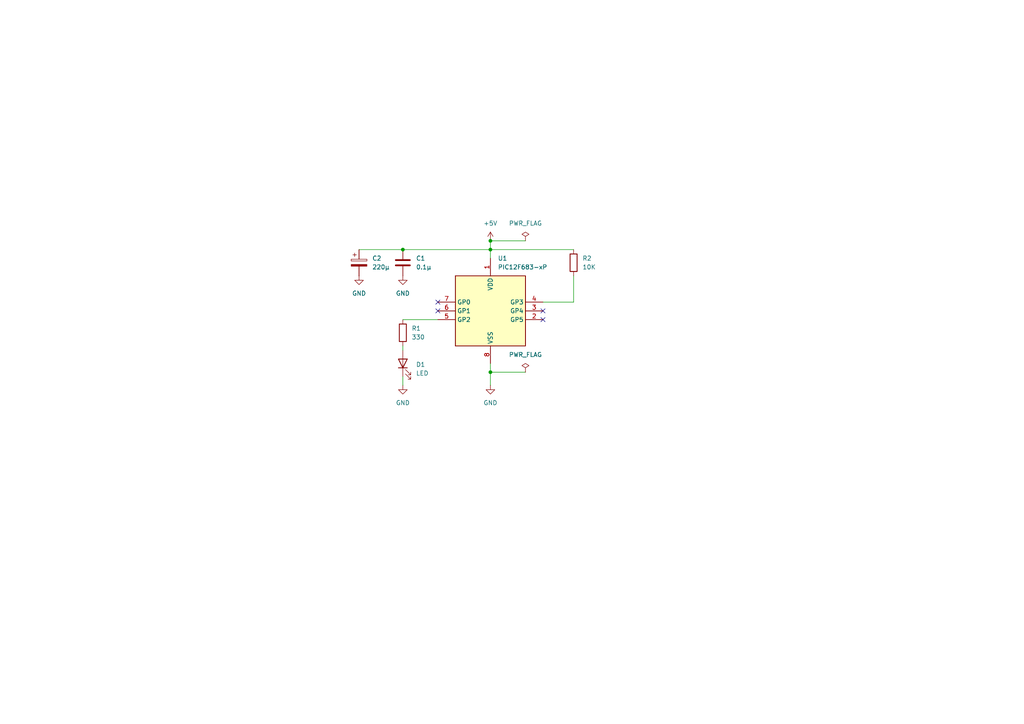
<source format=kicad_sch>
(kicad_sch (version 20250114) (generator "eeschema") (generator_version "9.0")
  (paper "A4")
  (title_block (title "LED Blink") (date "2025-09-25") (rev "1.1") (company "hirosuke1214"))
  (lib_symbols
    (symbol "Device:C" (pin_numbers (hide yes)) (pin_names (offset 0.254))
      (property "Reference" "C" (at 0.635 2.54 0))
      (property "Value" "C" (at 0.635 -2.54 0))
      (symbol "C_0_1"
        (polyline (pts (xy -2.032 0.762) (xy 2.032 0.762)) (stroke (width 0.508)))
        (polyline (pts (xy -2.032 -0.762) (xy 2.032 -0.762)) (stroke (width 0.508)))
      )
      (symbol "C_1_1"
        (pin passive line (at 0 3.81 270) (length 2.794) (name "~") (number "1"))
        (pin passive line (at 0 -3.81 90) (length 2.794) (name "~") (number "2"))
      )
    )
    (symbol "Device:C_Polarized" (pin_numbers (hide yes)) (pin_names (offset 0.254))
      (property "Reference" "C" (at 0.635 2.54 0))
      (property "Value" "C_Polarized" (at 0.635 -2.54 0))
      (symbol "C_Polarized_0_1"
        (rectangle (start -2.286 0.508) (end 2.286 1.016))
        (polyline (pts (xy -1.778 2.286) (xy -0.762 2.286)))
        (polyline (pts (xy -1.27 2.794) (xy -1.27 1.778)))
        (rectangle (start 2.286 -0.508) (end -2.286 -1.016) (fill (type outline)))
      )
      (symbol "C_Polarized_1_1"
        (pin passive line (at 0 3.81 270) (length 2.794) (name "~") (number "1"))
        (pin passive line (at 0 -3.81 90) (length 2.794) (name "~") (number "2"))
      )
    )
    (symbol "Device:LED" (pin_numbers (hide yes)) (pin_names (offset 1.016) (hide yes))
      (property "Reference" "D" (at 0 2.54 0))
      (property "Value" "LED" (at 0 -2.54 0))
      (symbol "LED_0_1"
        (polyline (pts (xy -3.048 -0.762) (xy -4.572 -2.286) (xy -3.81 -2.286) (xy -4.572 -2.286) (xy -4.572 -1.524)))
        (polyline (pts (xy -1.778 -0.762) (xy -3.302 -2.286) (xy -2.54 -2.286) (xy -3.302 -2.286) (xy -3.302 -1.524)))
        (polyline (pts (xy -1.27 0) (xy 1.27 0)))
        (polyline (pts (xy -1.27 -1.27) (xy -1.27 1.27)) (stroke (width 0.254)))
        (polyline (pts (xy 1.27 -1.27) (xy 1.27 1.27) (xy -1.27 0) (xy 1.27 -1.27)) (stroke (width 0.254)))
      )
      (symbol "LED_1_1"
        (pin passive line (at -3.81 0 0) (length 2.54) (name "K") (number "1"))
        (pin passive line (at 3.81 0 180) (length 2.54) (name "A") (number "2"))
      )
    )
    (symbol "Device:R" (pin_numbers (hide yes)) (pin_names (offset 0))
      (property "Reference" "R" (at 2.032 0 90))
      (property "Value" "R" (at 0 0 90))
      (symbol "R_0_1"
        (rectangle (start -1.016 -2.54) (end 1.016 2.54) (stroke (width 0.254)))
      )
      (symbol "R_1_1"
        (pin passive line (at 0 3.81 270) (length 1.27) (name "~") (number "1"))
        (pin passive line (at 0 -3.81 90) (length 1.27) (name "~") (number "2"))
      )
    )
    (symbol "MCU_Microchip_PIC12:PIC12F683-xP"
      (property "Reference" "U" (at 1.27 13.97 0))
      (property "Value" "PIC12F683-xP" (at 1.27 11.43 0))
      (symbol "PIC12F683-xP_0_1"
        (rectangle (start 10.16 -10.16) (end -10.16 10.16) (stroke (width 0.254)) (fill (type background)))
      )
      (symbol "PIC12F683-xP_1_1"
        (pin bidirectional line (at -15.24 2.54 0) (length 5.08) (name "GP0") (number "7"))
        (pin bidirectional line (at -15.24 0 0) (length 5.08) (name "GP1") (number "6"))
        (pin bidirectional line (at -15.24 -2.54 0) (length 5.08) (name "GP2") (number "5"))
        (pin power_in line (at 0 15.24 270) (length 5.08) (name "VDD") (number "1"))
        (pin power_in line (at 0 -15.24 90) (length 5.08) (name "VSS") (number "8"))
        (pin input line (at 15.24 2.54 180) (length 5.08) (name "GP3") (number "4"))
        (pin bidirectional line (at 15.24 0 180) (length 5.08) (name "GP4") (number "3"))
        (pin bidirectional line (at 15.24 -2.54 180) (length 5.08) (name "GP5") (number "2"))
      )
    )
    (symbol "power:+5V" (power) (pin_numbers (hide yes)) (pin_names (offset 0) (hide yes))
      (property "Value" "+5V" (at 0 3.556 0))
      (symbol "+5V_0_1"
        (polyline (pts (xy -0.762 1.27) (xy 0 2.54)))
        (polyline (pts (xy 0 2.54) (xy 0.762 1.27)))
        (polyline (pts (xy 0 0) (xy 0 2.54)))
      )
      (symbol "+5V_1_1"
        (pin power_in line (at 0 0 90) (length 0) (name "~") (number "1"))
      )
    )
    (symbol "power:GND" (power) (pin_numbers (hide yes)) (pin_names (offset 0) (hide yes))
      (property "Value" "GND" (at 0 -3.81 0))
      (symbol "GND_0_1"
        (polyline (pts (xy 0 0) (xy 0 -1.27) (xy 1.27 -1.27) (xy 0 -2.54) (xy -1.27 -1.27) (xy 0 -1.27)))
      )
      (symbol "GND_1_1"
        (pin power_in line (at 0 0 270) (length 0) (name "~") (number "1"))
      )
    )
    (symbol "power:PWR_FLAG" (power) (pin_numbers (hide yes)) (pin_names (offset 0) (hide yes))
      (property "Value" "PWR_FLAG" (at 0 3.81 0))
      (symbol "PWR_FLAG_0_0"
        (pin power_out line (at 0 0 90) (length 0) (name "~") (number "1"))
      )
      (symbol "PWR_FLAG_0_1"
        (polyline (pts (xy 0 0) (xy 0 1.27) (xy -1.016 1.905) (xy 0 2.54) (xy 1.016 1.905) (xy 0 1.27)))
      )
    )
  )
  (junction (at 142.24 107.95))
  (junction (at 142.24 69.85))
  (junction (at 116.84 72.39))
  (junction (at 142.24 72.39))
  (no_connect (at 127 90.17))
  (no_connect (at 157.48 90.17))
  (no_connect (at 157.48 92.71))
  (no_connect (at 127 87.63))
  (wire (pts (xy 142.24 69.85) (xy 142.24 72.39)))
  (wire (pts (xy 142.24 111.76) (xy 142.24 107.95)))
  (wire (pts (xy 116.84 109.22) (xy 116.84 111.76)))
  (wire (pts (xy 142.24 72.39) (xy 142.24 74.93)))
  (wire (pts (xy 166.37 87.63) (xy 157.48 87.63)))
  (wire (pts (xy 142.24 69.85) (xy 152.4 69.85)))
  (wire (pts (xy 104.14 72.39) (xy 116.84 72.39)))
  (wire (pts (xy 116.84 72.39) (xy 142.24 72.39)))
  (wire (pts (xy 142.24 107.95) (xy 152.4 107.95)))
  (wire (pts (xy 142.24 105.41) (xy 142.24 107.95)))
  (wire (pts (xy 116.84 92.71) (xy 127 92.71)))
  (wire (pts (xy 142.24 72.39) (xy 166.37 72.39)))
  (wire (pts (xy 166.37 80.01) (xy 166.37 87.63)))
  (wire (pts (xy 116.84 100.33) (xy 116.84 101.6)))
  (symbol (lib_id "Device:LED") (at 116.84 105.41 90) (unit 1)
    (property "Reference" "D1" (at 120.65 105.7274 90) (effects (justify right)))
    (property "Value" "LED" (at 120.65 108.2674 90) (effects (justify right)))
    (property "Description" "Light emitting diode" (effects (hide yes)))
    (property "Sim.Pins" "1=K 2=A" (effects (hide yes)))
  )
  (symbol (lib_id "power:GND") (at 142.24 111.76 0) (unit 1)
    (property "Reference" "#PWR02" (effects (hide yes)))
    (property "Value" "GND" (at 142.24 116.84 0))
    (property "Description" "Power symbol creates a global label with name \"GND\" , ground" (effects (hide yes)))
  )
  (symbol (lib_id "MCU_Microchip_PIC12:PIC12F683-xP") (at 142.24 90.17 0) (unit 1)
    (property "Reference" "U1" (at 144.3833 74.93 0) (effects (justify left)))
    (property "Value" "PIC12F683-xP" (at 144.3833 77.47 0) (effects (justify left)))
    (property "Footprint" "Package_DIP:DIP-8_W7.62mm" (effects (hide yes)))
    (property "Datasheet" "https://ww1.microchip.com/downloads/en/DeviceDoc/41232D.pdf" (effects (hide yes)))
    (property "Description" "2048W Flash, 128B SRAM, 256B EEPROM, PDIP-8" (effects (hide yes)))
  )
  (symbol (lib_id "power:GND") (at 116.84 80.01 0) (unit 1)
    (property "Reference" "#PWR05" (effects (hide yes)))
    (property "Value" "GND" (at 116.84 85.09 0))
    (property "Description" "Power symbol creates a global label with name \"GND\" , ground" (effects (hide yes)))
  )
  (symbol (lib_id "power:+5V") (at 142.24 69.85 0) (unit 1)
    (property "Reference" "#PWR01" (effects (hide yes)))
    (property "Value" "+5V" (at 142.24 64.77 0))
    (property "Description" "Power symbol creates a global label with name \"+5V\"" (effects (hide yes)))
  )
  (symbol (lib_id "power:PWR_FLAG") (at 152.4 69.85 0) (unit 1)
    (property "Reference" "#FLG01" (effects (hide yes)))
    (property "Value" "PWR_FLAG" (at 152.4 64.77 0))
    (property "Description" "Special symbol for telling ERC where power comes from" (effects (hide yes)))
  )
  (symbol (lib_id "power:GND") (at 104.14 80.01 0) (unit 1)
    (property "Reference" "#PWR04" (effects (hide yes)))
    (property "Value" "GND" (at 104.14 85.09 0))
    (property "Description" "Power symbol creates a global label with name \"GND\" , ground" (effects (hide yes)))
  )
  (symbol (lib_id "Device:C_Polarized") (at 104.14 76.2 0) (unit 1)
    (property "Reference" "C2" (at 107.95 74.93 0) (effects (justify left)))
    (property "Value" "220μ" (at 107.95 77.47 0) (effects (justify left)))
    (property "Footprint" "Capacitor_THT:CP_Radial_D6.3mm_P2.50mm" (effects (hide yes)))
    (property "Description" "Polarized capacitor" (effects (hide yes)))
  )
  (symbol (lib_id "Device:R") (at 166.37 76.2 0) (unit 1)
    (property "Reference" "R2" (at 168.91 74.9299 0) (effects (justify left)))
    (property "Value" "10K" (at 168.91 77.4699 0) (effects (justify left)))
    (property "Description" "Resistor" (effects (hide yes)))
  )
  (symbol (lib_id "power:GND") (at 116.84 111.76 0) (unit 1)
    (property "Reference" "#PWR03" (effects (hide yes)))
    (property "Value" "GND" (at 116.84 116.84 0))
    (property "Description" "Power symbol creates a global label with name \"GND\" , ground" (effects (hide yes)))
  )
  (symbol (lib_id "Device:C") (at 116.84 76.2 0) (unit 1)
    (property "Reference" "C1" (at 120.65 74.9299 0) (effects (justify left)))
    (property "Value" "0.1μ" (at 120.65 77.4699 0) (effects (justify left)))
    (property "Footprint" "Capacitor_THT:C_Disc_D5.0mm_W2.5mm_P2.50mm" (effects (hide yes)))
    (property "Description" "Unpolarized capacitor" (effects (hide yes)))
  )
  (symbol (lib_id "Device:R") (at 116.84 96.52 0) (unit 1)
    (property "Reference" "R1" (at 119.38 95.2499 0) (effects (justify left)))
    (property "Value" "330" (at 119.38 97.7899 0) (effects (justify left)))
    (property "Description" "Resistor" (effects (hide yes)))
  )
  (symbol (lib_id "power:PWR_FLAG") (at 152.4 107.95 0) (unit 1)
    (property "Reference" "#FLG02" (effects (hide yes)))
    (property "Value" "PWR_FLAG" (at 152.4 102.87 0))
    (property "Description" "Special symbol for telling ERC where power comes from" (effects (hide yes)))
  )
)
</source>
